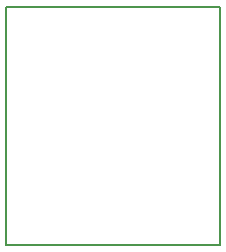
<source format=gbr>
G04 #@! TF.GenerationSoftware,KiCad,Pcbnew,(5.0.2)-1*
G04 #@! TF.CreationDate,2019-06-08T19:55:36+01:00*
G04 #@! TF.ProjectId,ultrasound_adapter,756c7472-6173-46f7-956e-645f61646170,rev?*
G04 #@! TF.SameCoordinates,Original*
G04 #@! TF.FileFunction,Profile,NP*
%FSLAX46Y46*%
G04 Gerber Fmt 4.6, Leading zero omitted, Abs format (unit mm)*
G04 Created by KiCad (PCBNEW (5.0.2)-1) date 08/06/2019 19:55:36*
%MOMM*%
%LPD*%
G01*
G04 APERTURE LIST*
%ADD10C,0.150000*%
G04 APERTURE END LIST*
D10*
X123200000Y-43400000D02*
X141275000Y-43400000D01*
X123200000Y-63550000D02*
X123200000Y-43400000D01*
X141275000Y-63550000D02*
X123200000Y-63550000D01*
X141275000Y-43400000D02*
X141275000Y-63550000D01*
M02*

</source>
